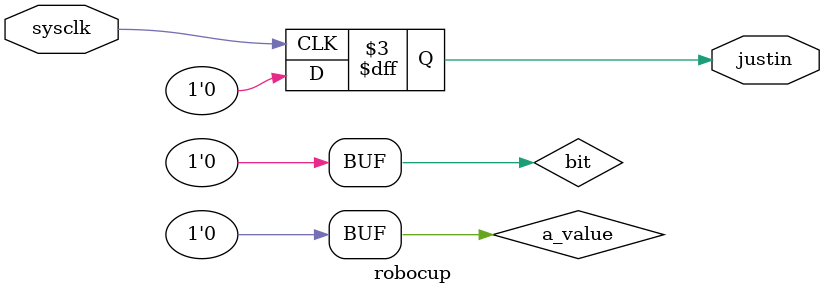
<source format=v>

module robocup (
    input sysclk,
    output reg justin
);

reg a_value = 0;
wire bit = a_value;

always @(posedge sysclk)
begin
    justin <= bit;
end

endmodule

</source>
